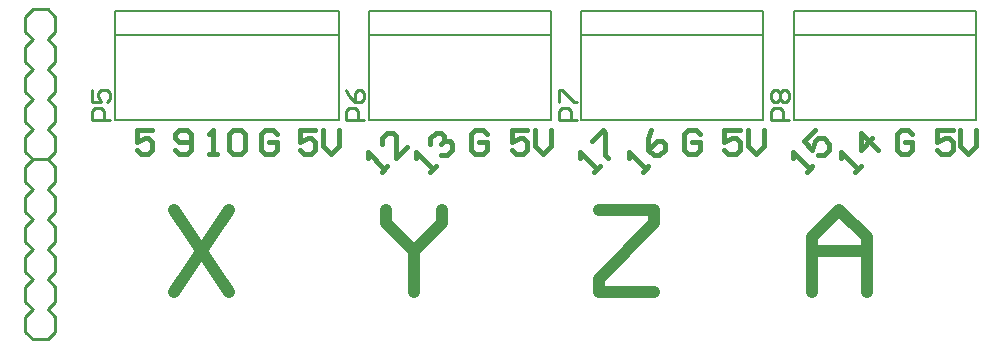
<source format=gto>
G04*
G04 #@! TF.GenerationSoftware,Altium Limited,CircuitStudio,1.5.2 (30)*
G04*
G04 Layer_Color=15065295*
%FSLAX25Y25*%
%MOIN*%
G70*
G01*
G75*
%ADD11C,0.03937*%
%ADD16C,0.00787*%
%ADD17C,0.01000*%
%ADD18C,0.01575*%
D11*
X1489138Y1241920D02*
X1507504Y1214370D01*
Y1241920D02*
X1489138Y1214370D01*
X1560004Y1241920D02*
Y1237328D01*
X1569187Y1228145D01*
X1578371Y1237328D01*
Y1241920D01*
X1569187Y1228145D02*
Y1214370D01*
X1630870Y1241920D02*
X1649237D01*
Y1237328D01*
X1630870Y1218962D01*
Y1214370D01*
X1649237D01*
X1701736D02*
Y1232737D01*
X1710920Y1241920D01*
X1720103Y1232737D01*
Y1214370D01*
Y1228145D01*
X1701736D01*
D16*
X1610398Y1271850D02*
X1614728D01*
X1554098D02*
Y1308071D01*
X1614728D01*
Y1271850D02*
Y1308071D01*
X1554098Y1271850D02*
X1561382D01*
X1681264D02*
X1685594D01*
X1624965D02*
Y1308071D01*
X1685594D01*
Y1271850D02*
Y1308071D01*
X1624965Y1271850D02*
X1632248D01*
X1752130D02*
X1756461D01*
X1695831D02*
Y1308071D01*
X1756461D01*
Y1271850D02*
Y1308071D01*
X1695831Y1271850D02*
X1703114D01*
X1469650D02*
X1476933D01*
X1539728D02*
X1544059D01*
X1469650D02*
Y1308071D01*
X1544059D01*
Y1271850D02*
Y1308071D01*
X1469650Y1271850D02*
Y1300197D01*
Y1271850D02*
X1544059D01*
Y1300197D01*
X1469650D02*
X1544059D01*
X1554098Y1271850D02*
Y1300197D01*
Y1271850D02*
X1614728D01*
Y1300197D01*
X1554098D02*
X1614728D01*
X1624964Y1271850D02*
Y1300197D01*
Y1271850D02*
X1685594D01*
Y1300197D01*
X1624964D02*
X1685594D01*
X1695831Y1271850D02*
Y1300197D01*
Y1271850D02*
X1756461D01*
Y1300197D01*
X1695831D02*
X1756461D01*
D17*
X1439649Y1211240D02*
X1442150Y1208740D01*
X1447149D02*
X1449650Y1211240D01*
X1447149Y1208740D02*
X1449650Y1211240D01*
X1447149Y1208740D02*
X1449650Y1206240D01*
Y1201240D02*
Y1206240D01*
X1447149Y1198740D02*
X1449650Y1201240D01*
X1442150Y1198740D02*
X1447149D01*
X1439649Y1201240D02*
X1442150Y1198740D01*
X1439649Y1201240D02*
Y1206240D01*
X1442150Y1208740D01*
X1439649Y1211240D02*
X1442150Y1208740D01*
X1439649Y1221240D02*
X1442150Y1218740D01*
X1439649Y1216240D02*
X1442150Y1218740D01*
X1439649Y1211240D02*
Y1216240D01*
Y1211240D02*
X1442150Y1208740D01*
X1447149D02*
X1449650Y1211240D01*
Y1216240D01*
X1447149Y1218740D02*
X1449650Y1216240D01*
X1447149Y1218740D02*
X1449650Y1221240D01*
X1447149Y1238740D02*
X1449650Y1241240D01*
X1447149Y1238740D02*
X1449650Y1236240D01*
X1439649D02*
X1442150Y1238740D01*
X1439649Y1241240D02*
X1442150Y1238740D01*
X1447149Y1228740D02*
X1449650Y1231240D01*
X1447149Y1228740D02*
X1449650Y1226240D01*
Y1221240D02*
Y1226240D01*
X1447149Y1218740D02*
X1449650Y1221240D01*
X1439649D02*
X1442150Y1218740D01*
X1439649Y1221240D02*
Y1226240D01*
X1442150Y1228740D01*
X1439649Y1231240D02*
X1442150Y1228740D01*
X1439649Y1231240D02*
Y1236240D01*
X1449650Y1231240D02*
Y1236240D01*
Y1251240D02*
Y1256240D01*
X1447149Y1258740D02*
X1449650Y1256240D01*
X1442150Y1258740D02*
X1447149D01*
X1439649Y1256240D02*
X1442150Y1258740D01*
X1439649Y1251240D02*
Y1256240D01*
Y1251240D02*
X1442150Y1248740D01*
X1439649Y1246240D02*
X1442150Y1248740D01*
X1439649Y1241240D02*
Y1246240D01*
X1449650Y1241240D02*
Y1246240D01*
X1447149Y1248740D02*
X1449650Y1246240D01*
X1447149Y1248740D02*
X1449650Y1251240D01*
X1447149Y1298740D02*
X1449650Y1301240D01*
X1447149Y1298740D02*
X1449650Y1296240D01*
Y1291240D02*
Y1296240D01*
X1439649Y1291240D02*
Y1296240D01*
X1442150Y1298740D01*
X1439649Y1301240D02*
X1442150Y1298740D01*
X1439649Y1301240D02*
Y1306240D01*
X1442150Y1308740D01*
X1447149D01*
X1449650Y1306240D01*
Y1301240D02*
Y1306240D01*
Y1281240D02*
Y1286240D01*
X1439649Y1281240D02*
Y1286240D01*
Y1281240D02*
X1442150Y1278740D01*
X1439649Y1276240D02*
X1442150Y1278740D01*
X1439649Y1271240D02*
Y1276240D01*
Y1271240D02*
X1442150Y1268740D01*
X1447149D02*
X1449650Y1271240D01*
Y1276240D01*
X1447149Y1278740D02*
X1449650Y1276240D01*
X1447149Y1278740D02*
X1449650Y1281240D01*
X1439649Y1291240D02*
X1442150Y1288740D01*
X1439649Y1286240D02*
X1442150Y1288740D01*
X1447149D02*
X1449650Y1286240D01*
X1447149Y1288740D02*
X1449650Y1291240D01*
X1447149Y1268740D02*
X1449650Y1271240D01*
X1447149Y1268740D02*
X1449650Y1266240D01*
Y1261240D02*
Y1266240D01*
X1447149Y1258740D02*
X1449650Y1261240D01*
X1442150Y1258740D02*
X1447149D01*
X1439649Y1261240D02*
X1442150Y1258740D01*
X1439649Y1261240D02*
Y1266240D01*
X1442150Y1268740D01*
X1439649Y1271240D02*
X1442150Y1268740D01*
X1467878Y1271850D02*
X1461880D01*
Y1274849D01*
X1462879Y1275849D01*
X1464879D01*
X1465878Y1274849D01*
Y1271850D01*
X1461880Y1281847D02*
Y1277848D01*
X1464879D01*
X1463879Y1279848D01*
Y1280847D01*
X1464879Y1281847D01*
X1466878D01*
X1467878Y1280847D01*
Y1278848D01*
X1466878Y1277848D01*
X1552524Y1271850D02*
X1546525D01*
Y1274849D01*
X1547525Y1275849D01*
X1549524D01*
X1550524Y1274849D01*
Y1271850D01*
X1546525Y1281847D02*
X1547525Y1279848D01*
X1549524Y1277848D01*
X1551524D01*
X1552524Y1278848D01*
Y1280847D01*
X1551524Y1281847D01*
X1550524D01*
X1549524Y1280847D01*
Y1277848D01*
X1623390Y1271850D02*
X1617392D01*
Y1274849D01*
X1618391Y1275849D01*
X1620391D01*
X1621390Y1274849D01*
Y1271850D01*
X1617392Y1277848D02*
Y1281847D01*
X1618391D01*
X1622390Y1277848D01*
X1623390D01*
X1694256Y1271850D02*
X1688258D01*
Y1274849D01*
X1689257Y1275849D01*
X1691257D01*
X1692256Y1274849D01*
Y1271850D01*
X1689257Y1277848D02*
X1688258Y1278848D01*
Y1280847D01*
X1689257Y1281847D01*
X1690257D01*
X1691257Y1280847D01*
X1692256Y1281847D01*
X1693256D01*
X1694256Y1280847D01*
Y1278848D01*
X1693256Y1277848D01*
X1692256D01*
X1691257Y1278848D01*
X1690257Y1277848D01*
X1689257D01*
X1691257Y1278848D02*
Y1280847D01*
D18*
X1523519Y1266992D02*
X1522207Y1268304D01*
X1519583D01*
X1518272Y1266992D01*
Y1261745D01*
X1519583Y1260433D01*
X1522207D01*
X1523519Y1261745D01*
Y1264369D01*
X1520895D01*
X1536314Y1268304D02*
X1531067D01*
Y1264369D01*
X1533691Y1265681D01*
X1535003D01*
X1536314Y1264369D01*
Y1261745D01*
X1535003Y1260433D01*
X1532379D01*
X1531067Y1261745D01*
X1538938Y1268304D02*
Y1263057D01*
X1541562Y1260433D01*
X1544186Y1263057D01*
Y1268304D01*
X1593598Y1266993D02*
X1592286Y1268305D01*
X1589662D01*
X1588350Y1266993D01*
Y1261745D01*
X1589662Y1260433D01*
X1592286D01*
X1593598Y1261745D01*
Y1264369D01*
X1590974D01*
X1606984Y1268304D02*
X1601736D01*
Y1264369D01*
X1604360Y1265681D01*
X1605672D01*
X1606984Y1264369D01*
Y1261745D01*
X1605672Y1260433D01*
X1603048D01*
X1601736Y1261745D01*
X1609608Y1268304D02*
Y1263057D01*
X1612231Y1260433D01*
X1614855Y1263057D01*
Y1268304D01*
X1664464Y1266993D02*
X1663152Y1268305D01*
X1660528D01*
X1659216Y1266993D01*
Y1261745D01*
X1660528Y1260433D01*
X1663152D01*
X1664464Y1261745D01*
Y1264369D01*
X1661840D01*
X1677850Y1268304D02*
X1672602D01*
Y1264369D01*
X1675226Y1265681D01*
X1676538D01*
X1677850Y1264369D01*
Y1261745D01*
X1676538Y1260433D01*
X1673914D01*
X1672602Y1261745D01*
X1680474Y1268304D02*
Y1263057D01*
X1683097Y1260433D01*
X1685721Y1263057D01*
Y1268304D01*
X1735330Y1266993D02*
X1734018Y1268305D01*
X1731395D01*
X1730083Y1266993D01*
Y1261745D01*
X1731395Y1260433D01*
X1734018D01*
X1735330Y1261745D01*
Y1264369D01*
X1732706D01*
X1748716Y1268304D02*
X1743468D01*
Y1264369D01*
X1746092Y1265681D01*
X1747404D01*
X1748716Y1264369D01*
Y1261745D01*
X1747404Y1260433D01*
X1744780D01*
X1743468Y1261745D01*
X1751340Y1268304D02*
Y1263057D01*
X1753964Y1260433D01*
X1756587Y1263057D01*
Y1268304D01*
X1481984Y1268305D02*
X1476736D01*
Y1264369D01*
X1479360Y1265681D01*
X1480672D01*
X1481984Y1264369D01*
Y1261745D01*
X1480672Y1260433D01*
X1478048D01*
X1476736Y1261745D01*
X1489531Y1261745D02*
X1490843Y1260433D01*
X1493467D01*
X1494779Y1261745D01*
Y1266992D01*
X1493467Y1268304D01*
X1490843D01*
X1489531Y1266992D01*
Y1265681D01*
X1490843Y1264369D01*
X1494779D01*
X1500949Y1260433D02*
X1503572D01*
X1502261D01*
Y1268304D01*
X1500949Y1266992D01*
X1507508D02*
X1508820Y1268304D01*
X1511444D01*
X1512756Y1266992D01*
Y1261745D01*
X1511444Y1260433D01*
X1508820D01*
X1507508Y1261745D01*
Y1266992D01*
X1558429Y1254527D02*
X1560284Y1256383D01*
X1559357Y1255455D01*
X1553791Y1261021D01*
X1553791Y1259166D01*
X1566778Y1262876D02*
X1563067Y1259166D01*
Y1266587D01*
X1562140Y1267515D01*
X1560284D01*
X1558429Y1265659D01*
X1558429Y1263804D01*
X1574571Y1254527D02*
X1576426Y1256383D01*
X1575498Y1255455D01*
X1569932Y1261021D01*
X1569932Y1259166D01*
X1574571Y1263804D02*
X1574571Y1265659D01*
X1576426Y1267515D01*
X1578281D01*
X1579209Y1266587D01*
Y1264732D01*
X1578281Y1263804D01*
X1579209Y1264732D01*
X1581064Y1264732D01*
X1581992Y1263804D01*
Y1261949D01*
X1580137Y1260093D01*
X1578281D01*
X1645437Y1254527D02*
X1647292Y1256383D01*
X1646365Y1255455D01*
X1640799Y1261021D01*
X1640799Y1259166D01*
X1648220Y1268442D02*
X1647292Y1265659D01*
Y1261949D01*
X1649147Y1260093D01*
X1651003D01*
X1652858Y1261949D01*
Y1263804D01*
X1651930Y1264732D01*
X1650075Y1264732D01*
X1647292Y1261949D01*
X1629295Y1254527D02*
X1631150Y1256383D01*
X1630223Y1255455D01*
X1624657Y1261021D01*
X1624657Y1259166D01*
X1628367Y1264732D02*
X1632078Y1268442D01*
X1633006Y1267515D01*
Y1260093D01*
X1633933Y1259166D01*
X1716303Y1254527D02*
X1718158Y1256383D01*
X1717231Y1255455D01*
X1711665Y1261021D01*
X1711665Y1259166D01*
X1723724Y1261949D02*
X1718158Y1267515D01*
Y1261949D01*
X1721869Y1265659D01*
X1700161Y1254527D02*
X1702017Y1256383D01*
X1701089Y1255455D01*
X1695523Y1261021D01*
X1695523Y1259166D01*
X1702944Y1268442D02*
X1699234Y1264732D01*
X1702017Y1261949D01*
X1702944Y1264732D01*
X1703872Y1265659D01*
X1705727D01*
X1707583Y1263804D01*
Y1261949D01*
X1705727Y1260093D01*
X1703872D01*
M02*

</source>
